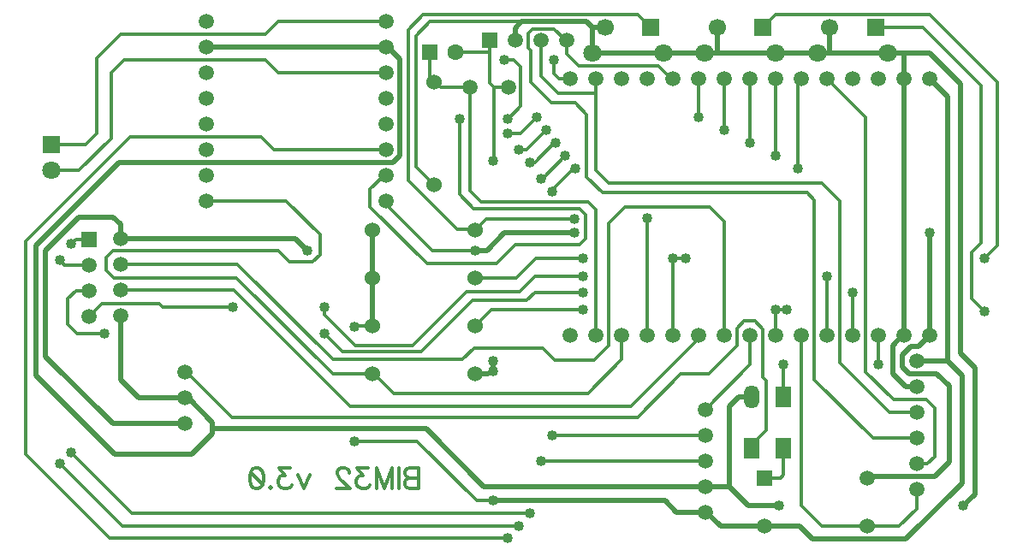
<source format=gbr>
G04 DipTrace 4.2.0.1*
G04 2 - Bottom.gbr*
%MOMM*%
G04 #@! TF.FileFunction,Copper,L2,Bot*
G04 #@! TF.Part,Single*
G04 #@! TA.AperFunction,Conductor*
%ADD13C,0.5*%
%ADD14C,0.33*%
G04 #@! TA.AperFunction,ComponentPad*
%ADD15C,1.7*%
%ADD16R,1.7X1.7*%
%ADD17C,1.8*%
%ADD18C,1.6*%
%ADD19R,1.6X1.6*%
%ADD20R,1.5X1.5*%
%ADD21C,1.5*%
%ADD22C,1.524*%
%ADD23C,1.524*%
%ADD24R,1.8X1.8*%
%ADD25O,1.5X2.3*%
%ADD26R,1.5X2.1*%
G04 #@! TA.AperFunction,ViaPad*
%ADD27C,1.016*%
%ADD56C,0.31373*%
%FSLAX35Y35*%
G04*
G71*
G90*
G75*
G01*
G04 Bottom*
%LPD*%
X9921750Y2873250D2*
D13*
X10223373D1*
Y5492627D1*
X10048750Y5667250D1*
X8413627Y1238123D2*
X7985003D1*
X7842127Y1381000D1*
X7826250D1*
X4540127Y4175000D2*
Y3698750D1*
X4540123Y3222500D2*
Y3698750D1*
X4540127D1*
X8413627Y1238123D2*
X8762873D1*
X8889873Y1111123D1*
X9810623D1*
X10366250Y1666750D1*
Y2730373D1*
X10223373Y2873250D1*
X5730750Y1492123D2*
X7429377D1*
X7540500Y1381000D1*
X7826250D1*
X5556127Y2746250D2*
X5683127D1*
X5730750Y2793873D1*
Y2873250D1*
X5360220Y5928150D2*
D14*
X5692957D1*
Y6048250D1*
X5879607Y5584093D2*
X5734713D1*
X5692957Y5625850D1*
Y5928150D1*
X5730750Y4857623D2*
X5734713D1*
Y5584093D1*
X4540123Y3222500D2*
X4350730D1*
X4362317Y3217780D1*
X4358450Y2081563D2*
X4979963D1*
X5569403Y1492123D1*
X5730750D1*
X2045000Y4086250D2*
D13*
Y4231997D1*
X1974997Y4302000D1*
X1635000D1*
X1301623Y3968623D1*
Y2920877D1*
X1968373Y2254127D1*
X2682750D1*
X10048750Y3127250D2*
X9937623Y3016123D1*
X9858247D1*
X9778873Y2936750D1*
Y2816257D1*
X9848880Y2746250D1*
X10118753D1*
X10239250Y2625753D1*
Y1873123D1*
X10096377Y1730250D1*
X9442497D1*
X9426623Y1714377D1*
X10048750Y3127250D2*
Y4147870D1*
X10050227D1*
X6530533Y4145713D2*
X5844340D1*
X5667250Y3968623D1*
X5556127D1*
X3889250D2*
X3771623Y4086250D1*
X2045000D1*
X4668890Y4460733D2*
D14*
Y4426233D1*
X5126500Y3968623D1*
X5556127D1*
X9511750Y6175750D2*
X9984750D1*
X10556750Y5603750D1*
Y4048000D1*
X10461500Y3952750D1*
Y3492377D1*
X10588500Y3365377D1*
X8524750Y3127250D2*
Y3381250D1*
X5556123Y3222500D2*
X5714873Y3381250D1*
X6619750D1*
X8524750D2*
X8635873D1*
X7000750Y3127250D2*
Y2889123D1*
X6667377Y2555750D1*
X4746500D1*
X4556000Y2746250D1*
X4540127D1*
X4143250D1*
X3190750Y3698750D1*
X1977063D1*
X1904873Y3770940D1*
Y3902937D1*
X1970563Y3968627D1*
X3603497D1*
X3714623Y3857500D1*
X3946663D1*
X4016667Y3927503D1*
Y4124313D1*
X3680287Y4460693D1*
X2890890D1*
X8270750Y5667250D2*
Y5032250D1*
X6349873D2*
X6334000D1*
X6143500Y4841750D1*
X6095877D1*
X1555627Y4032123D2*
X1603253Y4079750D1*
X1730250D1*
X6095873Y1365123D2*
X2158880D1*
X1555627Y1968377D1*
X9286750Y3555873D2*
Y3127250D1*
X4063873Y3143123D2*
X4238497Y2968500D1*
X5016377D1*
X5523837Y3475960D1*
X6063583D1*
X6143500Y3555877D1*
X6619750D1*
X1889000Y3143127D2*
X1619123D1*
X1523873Y3238377D1*
Y3492373D1*
X1603250Y3571750D1*
X1730250D1*
X9921750Y1857250D2*
X10026370D1*
X10096373Y1927253D1*
Y2406370D1*
X10010493Y2492250D1*
X9689063D1*
X9413750Y2767563D1*
Y5286250D1*
X9032750Y5667250D1*
X7254750Y3127250D2*
Y4286123D1*
X5556127Y4175000D2*
X5663000Y4281873D1*
X6530533D1*
X7289250Y6175750D2*
X7162750Y6302250D1*
X5040327D1*
X4894223Y6156147D1*
Y4658103D1*
X5373937Y4178390D1*
X5556127D1*
Y4175000D1*
X8400500Y6175750D2*
X8527000Y6302250D1*
X10048750D1*
X10715500Y5635500D1*
Y4016250D1*
X10588500Y3889250D1*
X5556127Y3698750D2*
X5960947D1*
X6151447Y3889250D1*
X6619750D1*
X7508750Y3127250D2*
Y3889250D1*
X7635750D2*
X7508750D1*
X9921750Y1603250D2*
Y1412750D1*
X9747123Y1238123D1*
X9429627D1*
X8985127D1*
X8778750Y1444500D1*
Y3127250D1*
X9636750Y5925750D2*
D13*
X8936750D1*
X8525500D1*
X7825500D1*
X7414250D1*
X6714250D1*
X6839250Y6175750D2*
X6714250D1*
Y5925750D1*
X7950500Y6175750D2*
Y5925750D1*
X7825500D1*
X9061750Y6175750D2*
Y5925750D1*
X8936750D1*
X9636750D2*
X9794750D1*
Y5667250D1*
Y3127250D2*
Y5667250D1*
X5946957Y6048250D2*
Y6166333D1*
X6013307Y6232683D1*
X6657317D1*
X6714250Y6175750D1*
X8286670Y2523997D2*
X8159620D1*
X8064373Y2428750D1*
Y1635000D1*
X7826250D1*
X2045000Y3324250D2*
Y2685500D1*
X2222373Y2508127D1*
X2682750D1*
X2714500D1*
X2952627Y2270000D1*
Y2202417D1*
X5068083D1*
X5635500Y1635000D1*
X7826250D1*
X9763000Y3095500D2*
X9794750Y3127250D1*
X9921750Y2619250D2*
X9810623D1*
X9683623Y2746250D1*
Y3031997D1*
X9778877Y3127250D1*
X9794750D1*
X9636750Y5925750D2*
X10044250D1*
X10350373Y5619627D1*
Y2952627D1*
X10493250Y2809750D1*
Y1555627D1*
X10382123Y1444500D1*
X8556500D2*
X8254873D1*
X8064373Y1635000D1*
X2890857Y5984693D2*
X4668857D1*
Y5984733D1*
X2952627Y2202417D2*
Y2158873D1*
X2746253Y1952500D1*
X1984250D1*
X1206373Y2730377D1*
Y4016247D1*
X2031877Y4841750D1*
X4743720D1*
X4806567Y4904597D1*
Y5866773D1*
X4688607Y5984733D1*
X4668857D1*
X5146603Y4622353D2*
D14*
X5142913D1*
X4969443Y4795820D1*
Y6096043D1*
X5106087Y6232683D1*
X6013307D1*
X8016750Y5667250D2*
Y5159250D1*
X6254627D2*
X6064127Y4968750D1*
X5984750D1*
X1444500Y3873377D2*
X1492127Y3825750D1*
X1730250D1*
X5984750Y1238123D2*
X2063627D1*
X1444500Y1857250D1*
X9032750Y3714623D2*
Y3127250D1*
X4063873Y3413000D2*
Y3333627D1*
X4365500Y3032000D1*
X4937000D1*
X5465983Y3560983D1*
X5989860D1*
X6143500Y3714623D1*
X6619750D1*
X3159000Y3413000D2*
X2460500D1*
X2428750Y3444750D1*
X1857250D1*
X1730250Y3317750D1*
X4668850Y6238730D2*
X3602923D1*
X3475943Y6111750D1*
X2047750D1*
X1809623Y5873623D1*
Y5127497D1*
X1698500Y5016373D1*
X1365123D1*
X4668860Y5730730D2*
X3602847D1*
X3475827Y5857750D1*
X2079500D1*
X1952500Y5730750D1*
Y5079873D1*
X1635000Y4762373D1*
X1365123D1*
X2682750Y2762127D2*
X2698623D1*
X3143917Y2316833D1*
X7158710D1*
X7588127Y2746250D1*
X7864503D1*
X8143750Y3025497D1*
Y3200120D1*
X8213753Y3270123D1*
X8318377D1*
X8397750Y3190750D1*
Y2711747D1*
X8429500Y2679997D1*
Y2190623D1*
X8286677Y2047800D1*
Y2015997D1*
X8416623Y1714377D2*
X8572377D1*
X8604127Y1746127D1*
Y2016003D1*
X5106220Y5928150D2*
Y5678737D1*
X5146603Y5638353D1*
X5498607Y5584093D2*
X5209920D1*
X5155660Y5638353D1*
X5146603D1*
X5498607Y5584093D2*
Y5531243D1*
X5501887Y5527963D1*
Y4560753D1*
X5608460Y4454180D1*
X6669520D1*
X6746750Y4376950D1*
Y3127250D1*
X8016750D2*
Y4254377D1*
X7872220Y4398907D1*
X7034157D1*
X6873750Y4238500D1*
Y3032000D1*
X6726080Y2884330D1*
X6338793D1*
X6222873Y3000250D1*
X5540253D1*
X5429127Y2889123D1*
X4143250D1*
X3200123Y3832250D1*
X2045000D1*
X8778750Y5667250D2*
X8747000D1*
Y4778250D1*
X6540373D2*
X6524503D1*
X6318127Y4571873D1*
Y4556000D1*
X7826250Y2143000D2*
X6318127D1*
X7762750Y5667250D2*
Y5286250D1*
X6159373D2*
X6000623Y5127500D1*
X5873627D1*
Y1127000D2*
X1936623D1*
X1111123Y1952500D1*
Y4063873D1*
X2143000Y5095750D1*
X3436490D1*
X3563510Y4968730D1*
X4668877D1*
X6200957Y6048250D2*
Y5693270D1*
X6369850Y5524377D1*
X6746750D1*
Y5667250D1*
Y4762377D1*
X6873753Y4635373D1*
X8985127D1*
X9159750Y4460750D1*
Y2857377D1*
X9651877Y2365250D1*
X9921750D1*
X6454957Y6048250D2*
Y5918757D1*
X6579463Y5794250D1*
X7365877D1*
X7492877Y5667250D1*
X7508750D1*
X6454957Y6048250D2*
X6447110D1*
X6334330Y6161030D1*
X6118897D1*
X6075410Y6117543D1*
Y5971070D1*
X6101433Y5945047D1*
Y5633263D1*
X6305573Y5429123D1*
X6540377D1*
X6651500Y5318000D1*
Y4698873D1*
X6810250Y4540123D1*
X8835747D1*
X8905750Y4470120D1*
Y2692123D1*
X9486623Y2111250D1*
X9921750D1*
X8270750Y3127250D2*
Y2841500D1*
X7826250Y2397000D1*
X2045000Y3578250D2*
X3168373D1*
X4317873Y2428750D1*
X7096000D1*
X7762750Y3095500D1*
Y3127250D1*
X8524750Y5667250D2*
Y4905250D1*
X6445127D2*
X6222877Y4683000D1*
X6207000D1*
X7826250Y1889000D2*
X6207000D1*
X4711040Y4718460D2*
X4668883D1*
Y4714730D1*
X5397233Y5272197D2*
Y4526467D1*
X5539560Y4384140D1*
X6581853D1*
X6646373Y4319620D1*
Y4087733D1*
X6582373Y4023733D1*
X5952123D1*
X5766550Y3838160D1*
X5077330D1*
X4514920Y4400570D1*
Y4574110D1*
X4655540Y4714730D1*
X4668883D1*
X6334833Y5858147D2*
Y5718023D1*
X6385607Y5667250D1*
X6492750D1*
X5843283Y5858147D2*
X5936193D1*
X6004930Y5789410D1*
Y5396187D1*
X5883333Y5274590D1*
X5873160D1*
X8604120Y2524003D2*
X8604127Y2841500D1*
X9540750D2*
Y3127250D1*
D27*
X6619750Y3381250D3*
X10588500Y3365377D3*
X8524750Y3381250D3*
X8635873D3*
X6619750Y3889250D3*
X10588500D3*
X7508750D3*
X7635750D3*
X7254750Y4286123D3*
X8747000Y4778250D3*
X6530533Y4281873D3*
X8524750Y4905250D3*
X8270750Y5032250D3*
X8016750Y5159250D3*
X7762750Y5286250D3*
X6540373Y4778250D3*
X6445127Y4905250D3*
X6349873Y5032250D3*
X6254627Y5159250D3*
X6159373Y5286250D3*
X6318127Y4556000D3*
X6207000Y4683000D3*
X6095877Y4841750D3*
X5984750Y4968750D3*
X5873627Y5127500D3*
X6318127Y2143000D3*
X6207000Y1889000D3*
X6095873Y1365123D3*
X5984750Y1238123D3*
X5873627Y1127000D3*
X1555627Y4032123D3*
X1444500Y3873377D3*
X1555627Y1968377D3*
X1444500Y1857250D3*
X6334833Y5858147D3*
X5843283D3*
X8604127Y2841500D3*
X9540750D3*
X6619750Y3555877D3*
Y3714623D3*
X9286750Y3555873D3*
X9032750Y3714623D3*
X3159000Y3413000D3*
X4063873D3*
X1889000Y3143127D3*
X4063873Y3143123D3*
X5730750Y4857623D3*
Y1492123D3*
Y2873250D3*
X10050227Y4147870D3*
X6530533Y4145713D3*
X5556127Y3968623D3*
X3889250D3*
X5397233Y5272197D3*
X5873160Y5274590D3*
X5731063Y2776303D3*
X8556500Y1444500D3*
X10382123D3*
X4362317Y3217780D3*
X4358450Y2081563D3*
D15*
X9061750Y6175750D3*
D16*
X9511750D3*
D17*
X8936750Y5925750D3*
X9636750D3*
D18*
X5360220Y5928150D3*
D19*
X5106220D3*
D20*
X8416623Y1714377D3*
D21*
X9426623D3*
X4668890Y4460733D3*
X4668884Y4714733D3*
X4668878Y4968733D3*
X4668873Y5222733D3*
X4668867Y5476733D3*
X4668862Y5730733D3*
X4668856Y5984733D3*
X4668850Y6238733D3*
X2890850Y6238694D3*
D3*
X2890856Y5984694D3*
X2890862Y5730694D3*
X2890867Y5476694D3*
X2890873Y5222694D3*
X2890878Y4968694D3*
X2890884Y4714694D3*
X2890890Y4460694D3*
D15*
X6839250Y6175750D3*
D16*
X7289250D3*
D17*
X6714250Y5925750D3*
X7414250D3*
D15*
X7950500Y6175750D3*
D16*
X8400500D3*
D17*
X7825500Y5925750D3*
X8525500D3*
D21*
X6492750Y3127250D3*
X6746750D3*
X7000750D3*
X7254750D3*
X7508750D3*
X7762750D3*
X8016750D3*
X8270750D3*
X8524750D3*
D3*
X8778750D3*
X9032750D3*
X9286750D3*
X9540750D3*
X9794750D3*
X10048750D3*
Y5667250D3*
X9794750D3*
X9540750D3*
X9286750D3*
X9032750D3*
X8778750D3*
X8524750D3*
X8270750D3*
X8016750D3*
X7762750D3*
X7508750D3*
X7254750D3*
X7000750D3*
X6746750D3*
X6492750D3*
X7826250Y1889000D3*
Y2143000D3*
Y2397000D3*
Y1635000D3*
Y1381000D3*
D20*
X1730250Y4079750D3*
D21*
Y3825750D3*
Y3571750D3*
Y3317750D3*
D20*
X5692957Y6048250D3*
D21*
X5946957D3*
X6200957D3*
X6454957D3*
X2045000Y4086250D3*
Y3832250D3*
Y3578250D3*
D3*
Y3324250D3*
X5879607Y5584093D3*
X5498607D3*
D22*
X5556127Y4175000D3*
D23*
X4540127D3*
D22*
X5556127Y3698750D3*
D23*
X4540127D3*
D22*
X5556123Y3222500D3*
D23*
X4540123D3*
D22*
X5556127Y2746250D3*
D23*
X4540127D3*
D22*
X9429627Y1238123D3*
D23*
X8413627D3*
D22*
X5146603Y5638353D3*
D23*
Y4622353D3*
D24*
X1365123Y5016373D3*
D17*
Y4762373D3*
D21*
X9921750Y2873250D3*
Y2619250D3*
Y2365250D3*
Y2111250D3*
Y1857250D3*
Y1603250D3*
X2682750Y2762127D3*
Y2508127D3*
Y2254127D3*
D25*
X8286669Y2523997D3*
D26*
X8604119Y2524003D3*
X8286678Y2015997D3*
X8604128Y2016003D3*
X4994310Y1816597D2*
D56*
Y1612421D1*
X4906710D1*
X4877510Y1622304D1*
X4867852Y1631963D1*
X4858193Y1651280D1*
Y1680480D1*
X4867852Y1700021D1*
X4877510Y1709680D1*
X4906710Y1719338D1*
X4877510Y1729221D1*
X4867852Y1738880D1*
X4858193Y1758197D1*
Y1777738D1*
X4867852Y1797055D1*
X4877510Y1806938D1*
X4906710Y1816597D1*
X4994310D1*
Y1719338D2*
X4906710D1*
X4795448Y1816597D2*
Y1612421D1*
X4577269D2*
Y1816597D1*
X4654986Y1612421D1*
X4732703Y1816597D1*
Y1612421D1*
X4494983Y1816372D2*
X4388290D1*
X4446466Y1738655D1*
X4417266D1*
X4397949Y1728997D1*
X4388290Y1719338D1*
X4378407Y1690138D1*
Y1670821D1*
X4388290Y1641621D1*
X4407607Y1622080D1*
X4436807Y1612421D1*
X4466007D1*
X4494983Y1622080D1*
X4504641Y1631963D1*
X4514524Y1651280D1*
X4305779Y1767855D2*
Y1777513D1*
X4296120Y1797055D1*
X4286462Y1806713D1*
X4266920Y1816372D1*
X4228062D1*
X4208745Y1806713D1*
X4199087Y1797055D1*
X4189204Y1777513D1*
Y1758197D1*
X4199087Y1738655D1*
X4218404Y1709680D1*
X4315662Y1612421D1*
X4179545D1*
X3919286Y1748538D2*
X3860886Y1612421D1*
X3802710Y1748538D1*
X3720424Y1816372D2*
X3613731D1*
X3671907Y1738655D1*
X3642707D1*
X3623390Y1728997D1*
X3613731Y1719338D1*
X3603848Y1690138D1*
Y1670821D1*
X3613731Y1641621D1*
X3633048Y1622080D1*
X3662248Y1612421D1*
X3691448D1*
X3720424Y1622080D1*
X3730082Y1631963D1*
X3739965Y1651280D1*
X3531445Y1631963D2*
X3541103Y1622080D1*
X3531445Y1612421D1*
X3521562Y1622080D1*
X3531445Y1631963D1*
X3400417Y1816372D2*
X3429617Y1806713D1*
X3449158Y1777513D1*
X3458817Y1728997D1*
Y1699797D1*
X3449158Y1651280D1*
X3429617Y1622080D1*
X3400417Y1612421D1*
X3381100D1*
X3351900Y1622080D1*
X3332583Y1651280D1*
X3322700Y1699797D1*
Y1728997D1*
X3332583Y1777513D1*
X3351900Y1806713D1*
X3381100Y1816372D1*
X3400417D1*
X3332583Y1777513D2*
X3449158Y1651280D1*
M02*

</source>
